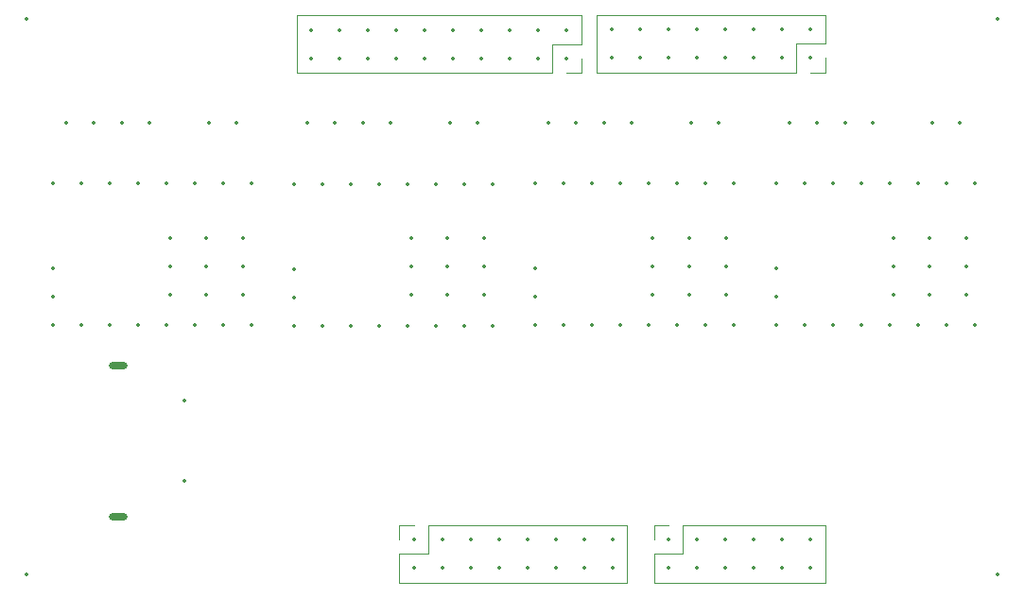
<source format=gbr>
%TF.GenerationSoftware,KiCad,Pcbnew,8.0.1*%
%TF.CreationDate,2024-04-25T12:31:50+02:00*%
%TF.ProjectId,Schrittmotortreiber_Traegerboard,53636872-6974-4746-9d6f-746f72747265,rev?*%
%TF.SameCoordinates,Original*%
%TF.FileFunction,Legend,Bot*%
%TF.FilePolarity,Positive*%
%FSLAX46Y46*%
G04 Gerber Fmt 4.6, Leading zero omitted, Abs format (unit mm)*
G04 Created by KiCad (PCBNEW 8.0.1) date 2024-04-25 12:31:50*
%MOMM*%
%LPD*%
G01*
G04 APERTURE LIST*
%ADD10C,0.120000*%
%ADD11C,0.350000*%
%ADD12O,1.700000X0.600000*%
G04 APERTURE END LIST*
D10*
%TO.C,J4*%
X143513222Y-115675168D02*
X144843222Y-115675168D01*
X143513222Y-117005168D02*
X143513222Y-115675168D01*
X143513222Y-118275168D02*
X146113222Y-118275168D01*
X143513222Y-120875168D02*
X143513222Y-118275168D01*
X146113222Y-118275168D02*
X146113222Y-115675168D01*
X158873222Y-115675168D02*
X146113222Y-115675168D01*
X158873222Y-120875168D02*
X143513222Y-120875168D01*
X158873222Y-120875168D02*
X158873222Y-115675168D01*
%TO.C,J2*%
X111503222Y-69965168D02*
X111503222Y-75165168D01*
X111503222Y-69965168D02*
X137023222Y-69965168D01*
X111503222Y-75165168D02*
X134423222Y-75165168D01*
X134423222Y-72565168D02*
X134423222Y-75165168D01*
X137023222Y-69965168D02*
X137023222Y-72565168D01*
X137023222Y-72565168D02*
X134423222Y-72565168D01*
X137023222Y-73835168D02*
X137023222Y-75165168D01*
X137023222Y-75165168D02*
X135693222Y-75165168D01*
%TO.C,J1*%
X138407222Y-69940168D02*
X138407222Y-75140168D01*
X138407222Y-69940168D02*
X158847222Y-69940168D01*
X138407222Y-75140168D02*
X156247222Y-75140168D01*
X156247222Y-72540168D02*
X156247222Y-75140168D01*
X158847222Y-69940168D02*
X158847222Y-72540168D01*
X158847222Y-72540168D02*
X156247222Y-72540168D01*
X158847222Y-73810168D02*
X158847222Y-75140168D01*
X158847222Y-75140168D02*
X157517222Y-75140168D01*
%TO.C,J3*%
X120667222Y-115675168D02*
X121997222Y-115675168D01*
X120667222Y-117005168D02*
X120667222Y-115675168D01*
X120667222Y-118275168D02*
X123267222Y-118275168D01*
X120667222Y-120875168D02*
X120667222Y-118275168D01*
X123267222Y-118275168D02*
X123267222Y-115675168D01*
X141107222Y-115675168D02*
X123267222Y-115675168D01*
X141107222Y-120875168D02*
X120667222Y-120875168D01*
X141107222Y-120875168D02*
X141107222Y-115675168D01*
%TD*%
D11*
X87311222Y-70274168D03*
X124998000Y-89931000D03*
X124998000Y-92471000D03*
X124998000Y-95011000D03*
X87311222Y-120058168D03*
X150622000Y-85080000D03*
X148082000Y-85080000D03*
X145542000Y-85080000D03*
X143002000Y-85080000D03*
X140462000Y-85080000D03*
X137922000Y-85080000D03*
X135382000Y-85080000D03*
X132842000Y-85080000D03*
X150622000Y-97780000D03*
X148082000Y-97780000D03*
X145542000Y-97780000D03*
X143002000Y-97780000D03*
X140462000Y-97780000D03*
X137922000Y-97780000D03*
X135382000Y-97780000D03*
X132842000Y-97780000D03*
X132842000Y-92700000D03*
X132842000Y-95240000D03*
X146832000Y-79602000D03*
X149332000Y-79602000D03*
X164947600Y-89931000D03*
X164947600Y-92471000D03*
X164947600Y-95011000D03*
X171450000Y-89931000D03*
X171450000Y-92471000D03*
X171450000Y-95011000D03*
D12*
X95498400Y-114896400D03*
D11*
X101498400Y-111746400D03*
D12*
X95498400Y-101396400D03*
D11*
X101498400Y-104546400D03*
X121746800Y-89931000D03*
X121746800Y-92471000D03*
X121746800Y-95011000D03*
X168198800Y-89931000D03*
X168198800Y-92471000D03*
X168198800Y-95011000D03*
X149961600Y-89931000D03*
X149961600Y-92471000D03*
X149961600Y-95011000D03*
X103632000Y-79619000D03*
X106132000Y-79619000D03*
X112455000Y-79602000D03*
X114955000Y-79602000D03*
X117455000Y-79602000D03*
X119955000Y-79602000D03*
X128270000Y-89931000D03*
X128270000Y-92471000D03*
X128270000Y-95011000D03*
X106680000Y-89931000D03*
X106680000Y-92471000D03*
X106680000Y-95011000D03*
X100177600Y-89931000D03*
X100177600Y-92471000D03*
X100177600Y-95011000D03*
X155635000Y-79602000D03*
X158135000Y-79602000D03*
X160635000Y-79602000D03*
X163135000Y-79602000D03*
X90865000Y-79602000D03*
X93365000Y-79602000D03*
X95865000Y-79602000D03*
X98365000Y-79602000D03*
X172212000Y-85080000D03*
X169672000Y-85080000D03*
X167132000Y-85080000D03*
X164592000Y-85080000D03*
X162052000Y-85080000D03*
X159512000Y-85080000D03*
X156972000Y-85080000D03*
X154432000Y-85080000D03*
X172212000Y-97780000D03*
X169672000Y-97780000D03*
X167132000Y-97780000D03*
X164592000Y-97780000D03*
X162052000Y-97780000D03*
X159512000Y-97780000D03*
X156972000Y-97780000D03*
X154432000Y-97780000D03*
X154432000Y-92700000D03*
X154432000Y-95240000D03*
X143357600Y-89931000D03*
X143357600Y-92471000D03*
X143357600Y-95011000D03*
X134039600Y-79610400D03*
X136539600Y-79610400D03*
X139039600Y-79610400D03*
X141539600Y-79610400D03*
X174306222Y-70274168D03*
X107442000Y-85085000D03*
X104902000Y-85085000D03*
X102362000Y-85085000D03*
X99822000Y-85085000D03*
X97282000Y-85085000D03*
X94742000Y-85085000D03*
X92202000Y-85085000D03*
X89662000Y-85085000D03*
X107442000Y-97785000D03*
X104902000Y-97785000D03*
X102362000Y-97785000D03*
X99822000Y-97785000D03*
X97282000Y-97785000D03*
X94742000Y-97785000D03*
X92202000Y-97785000D03*
X89662000Y-97785000D03*
X89662000Y-92705000D03*
X89662000Y-95245000D03*
X174306222Y-120058168D03*
X168422000Y-79602000D03*
X170922000Y-79602000D03*
X125242000Y-79602000D03*
X127742000Y-79602000D03*
X129032000Y-85090000D03*
X126492000Y-85090000D03*
X123952000Y-85090000D03*
X121412000Y-85090000D03*
X118872000Y-85090000D03*
X116332000Y-85090000D03*
X113792000Y-85090000D03*
X111252000Y-85090000D03*
X129032000Y-97790000D03*
X126492000Y-97790000D03*
X123952000Y-97790000D03*
X121412000Y-97790000D03*
X118872000Y-97790000D03*
X116332000Y-97790000D03*
X113792000Y-97790000D03*
X111252000Y-97790000D03*
X111252000Y-92710000D03*
X111252000Y-95250000D03*
X146659600Y-89931000D03*
X146659600Y-92471000D03*
X146659600Y-95011000D03*
X103428800Y-89931000D03*
X103428800Y-92471000D03*
X103428800Y-95011000D03*
X144843222Y-117005168D03*
X144843222Y-119545168D03*
X147383222Y-117005168D03*
X147383222Y-119545168D03*
X149923222Y-117005168D03*
X149923222Y-119545168D03*
X152463222Y-117005168D03*
X152463222Y-119545168D03*
X155003222Y-117005168D03*
X155003222Y-119545168D03*
X157543222Y-117005168D03*
X157543222Y-119545168D03*
X135693222Y-73835168D03*
X135693222Y-71295168D03*
X133153222Y-73835168D03*
X133153222Y-71295168D03*
X130613222Y-73835168D03*
X130613222Y-71295168D03*
X128073222Y-73835168D03*
X128073222Y-71295168D03*
X125533222Y-73835168D03*
X125533222Y-71295168D03*
X122993222Y-73835168D03*
X122993222Y-71295168D03*
X120453222Y-73835168D03*
X120453222Y-71295168D03*
X117913222Y-73835168D03*
X117913222Y-71295168D03*
X115373222Y-73835168D03*
X115373222Y-71295168D03*
X112833222Y-73835168D03*
X112833222Y-71295168D03*
X157517222Y-73810168D03*
X157517222Y-71270168D03*
X154977222Y-73810168D03*
X154977222Y-71270168D03*
X152437222Y-73810168D03*
X152437222Y-71270168D03*
X149897222Y-73810168D03*
X149897222Y-71270168D03*
X147357222Y-73810168D03*
X147357222Y-71270168D03*
X144817222Y-73810168D03*
X144817222Y-71270168D03*
X142277222Y-73810168D03*
X142277222Y-71270168D03*
X139737222Y-73810168D03*
X139737222Y-71270168D03*
X121997222Y-117005168D03*
X121997222Y-119545168D03*
X124537222Y-117005168D03*
X124537222Y-119545168D03*
X127077222Y-117005168D03*
X127077222Y-119545168D03*
X129617222Y-117005168D03*
X129617222Y-119545168D03*
X132157222Y-117005168D03*
X132157222Y-119545168D03*
X134697222Y-117005168D03*
X134697222Y-119545168D03*
X137237222Y-117005168D03*
X137237222Y-119545168D03*
X139777222Y-117005168D03*
X139777222Y-119545168D03*
M02*

</source>
